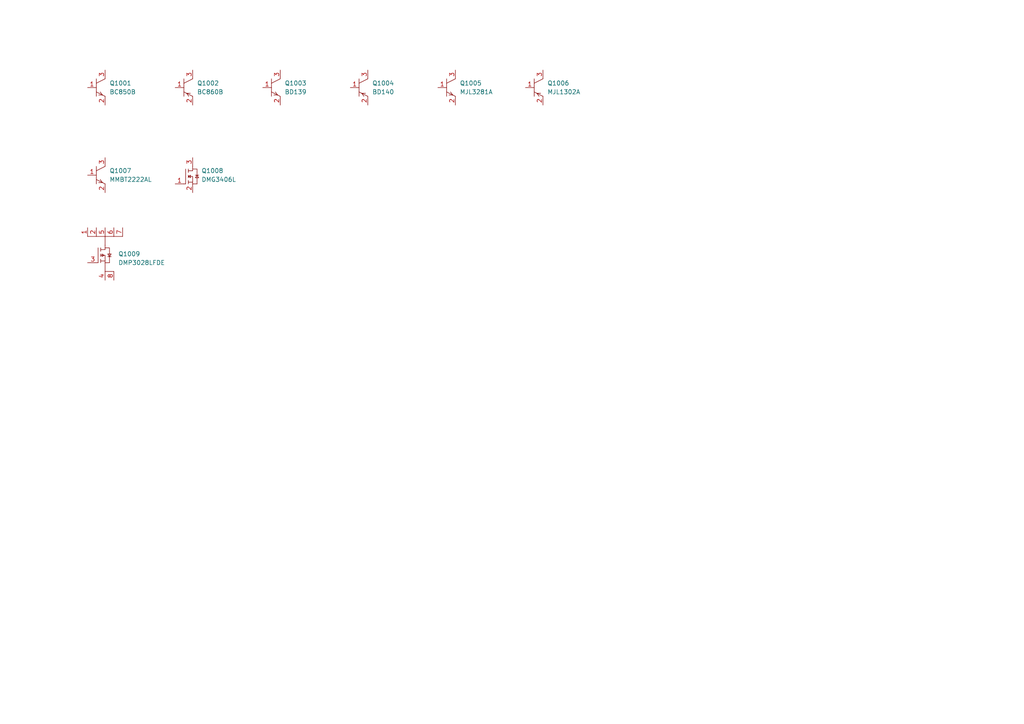
<source format=kicad_sch>
(kicad_sch
	(version 20250114)
	(generator "eeschema")
	(generator_version "9.0")
	(uuid "e63e39d7-6ac0-4ffd-8aa3-1841a4541b55")
	(paper "A4")
	(title_block
		(title "Transistors")
		(date "2026-01-10")
		(rev "1")
		(comment 1 "-")
		(comment 2 "-")
	)
	(lib_symbols
		(symbol "lily_symbols:bjt_npn_BC850B_sot23"
			(pin_names
				(hide yes)
			)
			(exclude_from_sim no)
			(in_bom yes)
			(on_board yes)
			(property "Reference" "Q"
				(at 6.35 1.27 0)
				(effects
					(font
						(size 1.27 1.27)
					)
					(justify left)
				)
			)
			(property "Value" "BC850B"
				(at 6.35 -1.27 0)
				(effects
					(font
						(size 1.27 1.27)
					)
					(justify left)
				)
			)
			(property "Footprint" "lily_footprints:sot23"
				(at 5.08 -17.78 0)
				(effects
					(font
						(size 1.27 1.27)
					)
					(hide yes)
				)
			)
			(property "Datasheet" "https://lilytronics.github.io/lily_kicad_lib/datasheets/nexperia/BC850B.pdf"
				(at 5.08 -30.48 0)
				(effects
					(font
						(size 1.27 1.27)
					)
					(hide yes)
				)
			)
			(property "Description" ""
				(at 0 0 0)
				(effects
					(font
						(size 1.27 1.27)
					)
					(hide yes)
				)
			)
			(property "Revision" "1"
				(at 5.08 -12.7 0)
				(effects
					(font
						(size 1.27 1.27)
					)
					(hide yes)
				)
			)
			(property "Status" "Active"
				(at 5.08 -15.24 0)
				(effects
					(font
						(size 1.27 1.27)
					)
					(hide yes)
				)
			)
			(property "Manufacturer" "Nexperia"
				(at 5.08 -20.32 0)
				(effects
					(font
						(size 1.27 1.27)
					)
					(hide yes)
				)
			)
			(property "Manufacturer_ID" "BC850B"
				(at 5.08 -22.86 0)
				(effects
					(font
						(size 1.27 1.27)
					)
					(hide yes)
				)
			)
			(property "Lily_ID" "NO_ID"
				(at 5.08 -25.4 0)
				(effects
					(font
						(size 1.27 1.27)
					)
					(hide yes)
				)
			)
			(property "JLCPCB_ID" "NO_ID"
				(at 5.08 -27.94 0)
				(effects
					(font
						(size 1.27 1.27)
					)
					(hide yes)
				)
			)
			(symbol "bjt_npn_BC850B_sot23_0_1"
				(polyline
					(pts
						(xy 2.54 2.54) (xy 2.54 -2.54)
					)
					(stroke
						(width 0)
						(type default)
					)
					(fill
						(type none)
					)
				)
				(polyline
					(pts
						(xy 4.318 -2.159) (xy 3.2004 -2.159)
					)
					(stroke
						(width 0)
						(type default)
					)
					(fill
						(type none)
					)
				)
				(polyline
					(pts
						(xy 4.318 -2.159) (xy 3.6576 -1.27)
					)
					(stroke
						(width 0)
						(type default)
					)
					(fill
						(type none)
					)
				)
				(polyline
					(pts
						(xy 5.08 2.54) (xy 2.54 1.27)
					)
					(stroke
						(width 0)
						(type default)
					)
					(fill
						(type none)
					)
				)
				(polyline
					(pts
						(xy 5.08 -2.54) (xy 2.54 -1.27)
					)
					(stroke
						(width 0)
						(type default)
					)
					(fill
						(type none)
					)
				)
			)
			(symbol "bjt_npn_BC850B_sot23_1_1"
				(pin passive line
					(at 0 0 0)
					(length 2.54)
					(name ""
						(effects
							(font
								(size 1.27 1.27)
							)
						)
					)
					(number "1"
						(effects
							(font
								(size 1.27 1.27)
							)
						)
					)
				)
				(pin passive line
					(at 5.08 5.08 270)
					(length 2.54)
					(name ""
						(effects
							(font
								(size 1.27 1.27)
							)
						)
					)
					(number "3"
						(effects
							(font
								(size 1.27 1.27)
							)
						)
					)
				)
				(pin passive line
					(at 5.08 -5.08 90)
					(length 2.54)
					(name ""
						(effects
							(font
								(size 1.27 1.27)
							)
						)
					)
					(number "2"
						(effects
							(font
								(size 1.27 1.27)
							)
						)
					)
				)
			)
			(embedded_fonts no)
		)
		(symbol "lily_symbols:bjt_npn_BD139_to126"
			(pin_names
				(hide yes)
			)
			(exclude_from_sim no)
			(in_bom yes)
			(on_board yes)
			(property "Reference" "Q"
				(at 6.35 1.27 0)
				(effects
					(font
						(size 1.27 1.27)
					)
					(justify left)
				)
			)
			(property "Value" "BD139"
				(at 6.35 -1.27 0)
				(effects
					(font
						(size 1.27 1.27)
					)
					(justify left)
				)
			)
			(property "Footprint" "lily_footprints:to126"
				(at 5.08 -17.78 0)
				(effects
					(font
						(size 1.27 1.27)
					)
					(hide yes)
				)
			)
			(property "Datasheet" "https://lilytronics.github.io/lily_kicad_lib/datasheets/stmicroelectronics/BD139_140.pdf"
				(at 5.08 -30.48 0)
				(effects
					(font
						(size 1.27 1.27)
					)
					(hide yes)
				)
			)
			(property "Description" ""
				(at 0 0 0)
				(effects
					(font
						(size 1.27 1.27)
					)
					(hide yes)
				)
			)
			(property "Revision" "1"
				(at 5.08 -12.7 0)
				(effects
					(font
						(size 1.27 1.27)
					)
					(hide yes)
				)
			)
			(property "Status" "Active"
				(at 5.08 -15.24 0)
				(effects
					(font
						(size 1.27 1.27)
					)
					(hide yes)
				)
			)
			(property "Manufacturer" "STMicroelectronics"
				(at 5.08 -20.32 0)
				(effects
					(font
						(size 1.27 1.27)
					)
					(hide yes)
				)
			)
			(property "Manufacturer_ID" "BD139"
				(at 5.08 -22.86 0)
				(effects
					(font
						(size 1.27 1.27)
					)
					(hide yes)
				)
			)
			(property "Lily_ID" "NO_ID"
				(at 5.08 -25.4 0)
				(effects
					(font
						(size 1.27 1.27)
					)
					(hide yes)
				)
			)
			(property "JLCPCB_ID" "NO_ID"
				(at 5.08 -27.94 0)
				(effects
					(font
						(size 1.27 1.27)
					)
					(hide yes)
				)
			)
			(symbol "bjt_npn_BD139_to126_0_1"
				(polyline
					(pts
						(xy 2.54 2.54) (xy 2.54 -2.54)
					)
					(stroke
						(width 0)
						(type default)
					)
					(fill
						(type none)
					)
				)
				(polyline
					(pts
						(xy 4.318 -2.159) (xy 3.2004 -2.159)
					)
					(stroke
						(width 0)
						(type default)
					)
					(fill
						(type none)
					)
				)
				(polyline
					(pts
						(xy 4.318 -2.159) (xy 3.6576 -1.27)
					)
					(stroke
						(width 0)
						(type default)
					)
					(fill
						(type none)
					)
				)
				(polyline
					(pts
						(xy 5.08 2.54) (xy 2.54 1.27)
					)
					(stroke
						(width 0)
						(type default)
					)
					(fill
						(type none)
					)
				)
				(polyline
					(pts
						(xy 5.08 -2.54) (xy 2.54 -1.27)
					)
					(stroke
						(width 0)
						(type default)
					)
					(fill
						(type none)
					)
				)
			)
			(symbol "bjt_npn_BD139_to126_1_1"
				(pin passive line
					(at 0 0 0)
					(length 2.54)
					(name ""
						(effects
							(font
								(size 1.27 1.27)
							)
						)
					)
					(number "1"
						(effects
							(font
								(size 1.27 1.27)
							)
						)
					)
				)
				(pin passive line
					(at 5.08 5.08 270)
					(length 2.54)
					(name ""
						(effects
							(font
								(size 1.27 1.27)
							)
						)
					)
					(number "3"
						(effects
							(font
								(size 1.27 1.27)
							)
						)
					)
				)
				(pin passive line
					(at 5.08 -5.08 90)
					(length 2.54)
					(name ""
						(effects
							(font
								(size 1.27 1.27)
							)
						)
					)
					(number "2"
						(effects
							(font
								(size 1.27 1.27)
							)
						)
					)
				)
			)
			(embedded_fonts no)
		)
		(symbol "lily_symbols:bjt_npn_MJL3281A_to264"
			(pin_names
				(hide yes)
			)
			(exclude_from_sim no)
			(in_bom yes)
			(on_board yes)
			(property "Reference" "Q"
				(at 6.35 1.27 0)
				(effects
					(font
						(size 1.27 1.27)
					)
					(justify left)
				)
			)
			(property "Value" "MJL3281A"
				(at 6.35 -1.27 0)
				(effects
					(font
						(size 1.27 1.27)
					)
					(justify left)
				)
			)
			(property "Footprint" "lily_footprints:to264"
				(at 5.08 -17.78 0)
				(effects
					(font
						(size 1.27 1.27)
					)
					(hide yes)
				)
			)
			(property "Datasheet" "https://lilytronics.github.io/lily_kicad_lib/datasheets/onsemi/MJL3281A_MJL1302A.pdf"
				(at 5.08 -30.48 0)
				(effects
					(font
						(size 1.27 1.27)
					)
					(hide yes)
				)
			)
			(property "Description" ""
				(at 0 0 0)
				(effects
					(font
						(size 1.27 1.27)
					)
					(hide yes)
				)
			)
			(property "Revision" "1"
				(at 5.08 -12.7 0)
				(effects
					(font
						(size 1.27 1.27)
					)
					(hide yes)
				)
			)
			(property "Status" "Active"
				(at 5.08 -15.24 0)
				(effects
					(font
						(size 1.27 1.27)
					)
					(hide yes)
				)
			)
			(property "Manufacturer" "Onsemi"
				(at 5.08 -20.32 0)
				(effects
					(font
						(size 1.27 1.27)
					)
					(hide yes)
				)
			)
			(property "Manufacturer_ID" "MJL3281A"
				(at 5.08 -22.86 0)
				(effects
					(font
						(size 1.27 1.27)
					)
					(hide yes)
				)
			)
			(property "Lily_ID" "NO_ID"
				(at 5.08 -25.4 0)
				(effects
					(font
						(size 1.27 1.27)
					)
					(hide yes)
				)
			)
			(property "JLCPCB_ID" "NO_ID"
				(at 5.08 -27.94 0)
				(effects
					(font
						(size 1.27 1.27)
					)
					(hide yes)
				)
			)
			(symbol "bjt_npn_MJL3281A_to264_0_1"
				(polyline
					(pts
						(xy 2.54 2.54) (xy 2.54 -2.54)
					)
					(stroke
						(width 0)
						(type default)
					)
					(fill
						(type none)
					)
				)
				(polyline
					(pts
						(xy 4.318 -2.159) (xy 3.2004 -2.159)
					)
					(stroke
						(width 0)
						(type default)
					)
					(fill
						(type none)
					)
				)
				(polyline
					(pts
						(xy 4.318 -2.159) (xy 3.6576 -1.27)
					)
					(stroke
						(width 0)
						(type default)
					)
					(fill
						(type none)
					)
				)
				(polyline
					(pts
						(xy 5.08 2.54) (xy 2.54 1.27)
					)
					(stroke
						(width 0)
						(type default)
					)
					(fill
						(type none)
					)
				)
				(polyline
					(pts
						(xy 5.08 -2.54) (xy 2.54 -1.27)
					)
					(stroke
						(width 0)
						(type default)
					)
					(fill
						(type none)
					)
				)
			)
			(symbol "bjt_npn_MJL3281A_to264_1_1"
				(pin passive line
					(at 0 0 0)
					(length 2.54)
					(name ""
						(effects
							(font
								(size 1.27 1.27)
							)
						)
					)
					(number "1"
						(effects
							(font
								(size 1.27 1.27)
							)
						)
					)
				)
				(pin passive line
					(at 5.08 5.08 270)
					(length 2.54)
					(name ""
						(effects
							(font
								(size 1.27 1.27)
							)
						)
					)
					(number "3"
						(effects
							(font
								(size 1.27 1.27)
							)
						)
					)
				)
				(pin passive line
					(at 5.08 -5.08 90)
					(length 2.54)
					(name ""
						(effects
							(font
								(size 1.27 1.27)
							)
						)
					)
					(number "2"
						(effects
							(font
								(size 1.27 1.27)
							)
						)
					)
				)
			)
			(embedded_fonts no)
		)
		(symbol "lily_symbols:bjt_npn_MMBT2222AL_sot23"
			(pin_names
				(hide yes)
			)
			(exclude_from_sim no)
			(in_bom yes)
			(on_board yes)
			(property "Reference" "Q"
				(at 6.35 1.27 0)
				(effects
					(font
						(size 1.27 1.27)
					)
					(justify left)
				)
			)
			(property "Value" "MMBT2222AL"
				(at 6.35 -1.27 0)
				(effects
					(font
						(size 1.27 1.27)
					)
					(justify left)
				)
			)
			(property "Footprint" "lily_footprints:sot23"
				(at 5.08 -17.78 0)
				(effects
					(font
						(size 1.27 1.27)
					)
					(hide yes)
				)
			)
			(property "Datasheet" "https://lilytronics.github.io/lily_kicad_lib/datasheets/onsemi/MMBT2222.pdf"
				(at 5.08 -30.48 0)
				(effects
					(font
						(size 1.27 1.27)
					)
					(hide yes)
				)
			)
			(property "Description" ""
				(at 0 0 0)
				(effects
					(font
						(size 1.27 1.27)
					)
					(hide yes)
				)
			)
			(property "Revision" "1"
				(at 5.08 -12.7 0)
				(effects
					(font
						(size 1.27 1.27)
					)
					(hide yes)
				)
			)
			(property "Status" "Active"
				(at 5.08 -15.24 0)
				(effects
					(font
						(size 1.27 1.27)
					)
					(hide yes)
				)
			)
			(property "Manufacturer" "onsemi"
				(at 5.08 -20.32 0)
				(effects
					(font
						(size 1.27 1.27)
					)
					(hide yes)
				)
			)
			(property "Manufacturer_ID" "MMBT2222ALT1G"
				(at 5.08 -22.86 0)
				(effects
					(font
						(size 1.27 1.27)
					)
					(hide yes)
				)
			)
			(property "Lily_ID" "NO_ID"
				(at 5.08 -25.4 0)
				(effects
					(font
						(size 1.27 1.27)
					)
					(hide yes)
				)
			)
			(property "JLCPCB_ID" "C82460"
				(at 5.08 -27.94 0)
				(effects
					(font
						(size 1.27 1.27)
					)
					(hide yes)
				)
			)
			(symbol "bjt_npn_MMBT2222AL_sot23_0_1"
				(polyline
					(pts
						(xy 2.54 2.54) (xy 2.54 -2.54)
					)
					(stroke
						(width 0)
						(type default)
					)
					(fill
						(type none)
					)
				)
				(polyline
					(pts
						(xy 4.318 -2.159) (xy 3.2004 -2.159)
					)
					(stroke
						(width 0)
						(type default)
					)
					(fill
						(type none)
					)
				)
				(polyline
					(pts
						(xy 4.318 -2.159) (xy 3.6576 -1.27)
					)
					(stroke
						(width 0)
						(type default)
					)
					(fill
						(type none)
					)
				)
				(polyline
					(pts
						(xy 5.08 2.54) (xy 2.54 1.27)
					)
					(stroke
						(width 0)
						(type default)
					)
					(fill
						(type none)
					)
				)
				(polyline
					(pts
						(xy 5.08 -2.54) (xy 2.54 -1.27)
					)
					(stroke
						(width 0)
						(type default)
					)
					(fill
						(type none)
					)
				)
			)
			(symbol "bjt_npn_MMBT2222AL_sot23_1_1"
				(pin passive line
					(at 0 0 0)
					(length 2.54)
					(name ""
						(effects
							(font
								(size 1.27 1.27)
							)
						)
					)
					(number "1"
						(effects
							(font
								(size 1.27 1.27)
							)
						)
					)
				)
				(pin passive line
					(at 5.08 5.08 270)
					(length 2.54)
					(name ""
						(effects
							(font
								(size 1.27 1.27)
							)
						)
					)
					(number "3"
						(effects
							(font
								(size 1.27 1.27)
							)
						)
					)
				)
				(pin passive line
					(at 5.08 -5.08 90)
					(length 2.54)
					(name ""
						(effects
							(font
								(size 1.27 1.27)
							)
						)
					)
					(number "2"
						(effects
							(font
								(size 1.27 1.27)
							)
						)
					)
				)
			)
			(embedded_fonts no)
		)
		(symbol "lily_symbols:bjt_pnp_BC860B_sot23"
			(pin_names
				(hide yes)
			)
			(exclude_from_sim no)
			(in_bom yes)
			(on_board yes)
			(property "Reference" "Q"
				(at 6.35 1.27 0)
				(effects
					(font
						(size 1.27 1.27)
					)
					(justify left)
				)
			)
			(property "Value" "BC860B"
				(at 6.35 -1.27 0)
				(effects
					(font
						(size 1.27 1.27)
					)
					(justify left)
				)
			)
			(property "Footprint" "lily_footprints:sot23"
				(at 5.08 -17.78 0)
				(effects
					(font
						(size 1.27 1.27)
					)
					(hide yes)
				)
			)
			(property "Datasheet" "https://lilytronics.github.io/lily_kicad_lib/datasheets/nexperia/BC860B.pdf"
				(at 5.08 -30.48 0)
				(effects
					(font
						(size 1.27 1.27)
					)
					(hide yes)
				)
			)
			(property "Description" ""
				(at 0 0 0)
				(effects
					(font
						(size 1.27 1.27)
					)
					(hide yes)
				)
			)
			(property "Revision" "1"
				(at 5.08 -12.7 0)
				(effects
					(font
						(size 1.27 1.27)
					)
					(hide yes)
				)
			)
			(property "Status" "Active"
				(at 5.08 -15.24 0)
				(effects
					(font
						(size 1.27 1.27)
					)
					(hide yes)
				)
			)
			(property "Manufacturer" "Nexperia"
				(at 5.08 -20.32 0)
				(effects
					(font
						(size 1.27 1.27)
					)
					(hide yes)
				)
			)
			(property "Manufacturer_ID" "BC860B"
				(at 5.08 -22.86 0)
				(effects
					(font
						(size 1.27 1.27)
					)
					(hide yes)
				)
			)
			(property "Lily_ID" "NO_ID"
				(at 5.08 -25.4 0)
				(effects
					(font
						(size 1.27 1.27)
					)
					(hide yes)
				)
			)
			(property "JLCPCB_ID" "NO_ID"
				(at 5.08 -27.94 0)
				(effects
					(font
						(size 1.27 1.27)
					)
					(hide yes)
				)
			)
			(symbol "bjt_pnp_BC860B_sot23_0_1"
				(polyline
					(pts
						(xy 2.54 2.54) (xy 2.54 -2.54)
					)
					(stroke
						(width 0)
						(type default)
					)
					(fill
						(type none)
					)
				)
				(polyline
					(pts
						(xy 2.54 -1.27) (xy 5.08 -2.54)
					)
					(stroke
						(width 0)
						(type default)
					)
					(fill
						(type none)
					)
				)
				(polyline
					(pts
						(xy 3.302 -1.651) (xy 3.9624 -2.54)
					)
					(stroke
						(width 0)
						(type default)
					)
					(fill
						(type none)
					)
				)
				(polyline
					(pts
						(xy 3.302 -1.651) (xy 4.4196 -1.651)
					)
					(stroke
						(width 0)
						(type default)
					)
					(fill
						(type none)
					)
				)
				(polyline
					(pts
						(xy 5.08 2.54) (xy 2.54 1.27)
					)
					(stroke
						(width 0)
						(type default)
					)
					(fill
						(type none)
					)
				)
			)
			(symbol "bjt_pnp_BC860B_sot23_1_1"
				(pin passive line
					(at 0 0 0)
					(length 2.54)
					(name ""
						(effects
							(font
								(size 1.27 1.27)
							)
						)
					)
					(number "1"
						(effects
							(font
								(size 1.27 1.27)
							)
						)
					)
				)
				(pin passive line
					(at 5.08 5.08 270)
					(length 2.54)
					(name ""
						(effects
							(font
								(size 1.27 1.27)
							)
						)
					)
					(number "3"
						(effects
							(font
								(size 1.27 1.27)
							)
						)
					)
				)
				(pin passive line
					(at 5.08 -5.08 90)
					(length 2.54)
					(name ""
						(effects
							(font
								(size 1.27 1.27)
							)
						)
					)
					(number "2"
						(effects
							(font
								(size 1.27 1.27)
							)
						)
					)
				)
			)
			(embedded_fonts no)
		)
		(symbol "lily_symbols:bjt_pnp_BD140_to126"
			(pin_names
				(hide yes)
			)
			(exclude_from_sim no)
			(in_bom yes)
			(on_board yes)
			(property "Reference" "Q"
				(at 6.35 1.27 0)
				(effects
					(font
						(size 1.27 1.27)
					)
					(justify left)
				)
			)
			(property "Value" "BD140"
				(at 6.35 -1.27 0)
				(effects
					(font
						(size 1.27 1.27)
					)
					(justify left)
				)
			)
			(property "Footprint" "lily_footprints:to126"
				(at 5.08 -17.78 0)
				(effects
					(font
						(size 1.27 1.27)
					)
					(hide yes)
				)
			)
			(property "Datasheet" "https://lilytronics.github.io/lily_kicad_lib/datasheets/stmicroelectronics/BD139_140.pdf"
				(at 5.08 -30.48 0)
				(effects
					(font
						(size 1.27 1.27)
					)
					(hide yes)
				)
			)
			(property "Description" ""
				(at 0 0 0)
				(effects
					(font
						(size 1.27 1.27)
					)
					(hide yes)
				)
			)
			(property "Revision" "1"
				(at 5.08 -12.7 0)
				(effects
					(font
						(size 1.27 1.27)
					)
					(hide yes)
				)
			)
			(property "Status" "Active"
				(at 5.08 -15.24 0)
				(effects
					(font
						(size 1.27 1.27)
					)
					(hide yes)
				)
			)
			(property "Manufacturer" "STMicroelectronics"
				(at 5.08 -20.32 0)
				(effects
					(font
						(size 1.27 1.27)
					)
					(hide yes)
				)
			)
			(property "Manufacturer_ID" "BD140"
				(at 5.08 -22.86 0)
				(effects
					(font
						(size 1.27 1.27)
					)
					(hide yes)
				)
			)
			(property "Lily_ID" "NO_ID"
				(at 5.08 -25.4 0)
				(effects
					(font
						(size 1.27 1.27)
					)
					(hide yes)
				)
			)
			(property "JLCPCB_ID" "NO_ID"
				(at 5.08 -27.94 0)
				(effects
					(font
						(size 1.27 1.27)
					)
					(hide yes)
				)
			)
			(symbol "bjt_pnp_BD140_to126_0_1"
				(polyline
					(pts
						(xy 2.54 2.54) (xy 2.54 -2.54)
					)
					(stroke
						(width 0)
						(type default)
					)
					(fill
						(type none)
					)
				)
				(polyline
					(pts
						(xy 2.54 -1.27) (xy 5.08 -2.54)
					)
					(stroke
						(width 0)
						(type default)
					)
					(fill
						(type none)
					)
				)
				(polyline
					(pts
						(xy 3.302 -1.651) (xy 3.9624 -2.54)
					)
					(stroke
						(width 0)
						(type default)
					)
					(fill
						(type none)
					)
				)
				(polyline
					(pts
						(xy 3.302 -1.651) (xy 4.4196 -1.651)
					)
					(stroke
						(width 0)
						(type default)
					)
					(fill
						(type none)
					)
				)
				(polyline
					(pts
						(xy 5.08 2.54) (xy 2.54 1.27)
					)
					(stroke
						(width 0)
						(type default)
					)
					(fill
						(type none)
					)
				)
			)
			(symbol "bjt_pnp_BD140_to126_1_1"
				(pin passive line
					(at 0 0 0)
					(length 2.54)
					(name ""
						(effects
							(font
								(size 1.27 1.27)
							)
						)
					)
					(number "1"
						(effects
							(font
								(size 1.27 1.27)
							)
						)
					)
				)
				(pin passive line
					(at 5.08 5.08 270)
					(length 2.54)
					(name ""
						(effects
							(font
								(size 1.27 1.27)
							)
						)
					)
					(number "3"
						(effects
							(font
								(size 1.27 1.27)
							)
						)
					)
				)
				(pin passive line
					(at 5.08 -5.08 90)
					(length 2.54)
					(name ""
						(effects
							(font
								(size 1.27 1.27)
							)
						)
					)
					(number "2"
						(effects
							(font
								(size 1.27 1.27)
							)
						)
					)
				)
			)
			(embedded_fonts no)
		)
		(symbol "lily_symbols:bjt_pnp_MJL1302A_to264"
			(pin_names
				(hide yes)
			)
			(exclude_from_sim no)
			(in_bom yes)
			(on_board yes)
			(property "Reference" "Q"
				(at 6.35 1.27 0)
				(effects
					(font
						(size 1.27 1.27)
					)
					(justify left)
				)
			)
			(property "Value" "MJL1302A"
				(at 6.35 -1.27 0)
				(effects
					(font
						(size 1.27 1.27)
					)
					(justify left)
				)
			)
			(property "Footprint" "lily_footprints:to264"
				(at 5.08 -17.78 0)
				(effects
					(font
						(size 1.27 1.27)
					)
					(hide yes)
				)
			)
			(property "Datasheet" "https://lilytronics.github.io/lily_kicad_lib/datasheets/onsemi/MJL3281A_MJL1302A.pdf"
				(at 5.08 -30.48 0)
				(effects
					(font
						(size 1.27 1.27)
					)
					(hide yes)
				)
			)
			(property "Description" ""
				(at 0 0 0)
				(effects
					(font
						(size 1.27 1.27)
					)
					(hide yes)
				)
			)
			(property "Revision" "1"
				(at 5.08 -12.7 0)
				(effects
					(font
						(size 1.27 1.27)
					)
					(hide yes)
				)
			)
			(property "Status" "Active"
				(at 5.08 -15.24 0)
				(effects
					(font
						(size 1.27 1.27)
					)
					(hide yes)
				)
			)
			(property "Manufacturer" "Onsemi"
				(at 5.08 -20.32 0)
				(effects
					(font
						(size 1.27 1.27)
					)
					(hide yes)
				)
			)
			(property "Manufacturer_ID" "MJL1302A"
				(at 5.08 -22.86 0)
				(effects
					(font
						(size 1.27 1.27)
					)
					(hide yes)
				)
			)
			(property "Lily_ID" "NO_ID"
				(at 5.08 -25.4 0)
				(effects
					(font
						(size 1.27 1.27)
					)
					(hide yes)
				)
			)
			(property "JLCPCB_ID" "NO_ID"
				(at 5.08 -27.94 0)
				(effects
					(font
						(size 1.27 1.27)
					)
					(hide yes)
				)
			)
			(symbol "bjt_pnp_MJL1302A_to264_0_1"
				(polyline
					(pts
						(xy 2.54 2.54) (xy 2.54 -2.54)
					)
					(stroke
						(width 0)
						(type default)
					)
					(fill
						(type none)
					)
				)
				(polyline
					(pts
						(xy 2.54 -1.27) (xy 5.08 -2.54)
					)
					(stroke
						(width 0)
						(type default)
					)
					(fill
						(type none)
					)
				)
				(polyline
					(pts
						(xy 3.302 -1.651) (xy 3.9624 -2.54)
					)
					(stroke
						(width 0)
						(type default)
					)
					(fill
						(type none)
					)
				)
				(polyline
					(pts
						(xy 3.302 -1.651) (xy 4.4196 -1.651)
					)
					(stroke
						(width 0)
						(type default)
					)
					(fill
						(type none)
					)
				)
				(polyline
					(pts
						(xy 5.08 2.54) (xy 2.54 1.27)
					)
					(stroke
						(width 0)
						(type default)
					)
					(fill
						(type none)
					)
				)
			)
			(symbol "bjt_pnp_MJL1302A_to264_1_1"
				(pin passive line
					(at 0 0 0)
					(length 2.54)
					(name ""
						(effects
							(font
								(size 1.27 1.27)
							)
						)
					)
					(number "1"
						(effects
							(font
								(size 1.27 1.27)
							)
						)
					)
				)
				(pin passive line
					(at 5.08 5.08 270)
					(length 2.54)
					(name ""
						(effects
							(font
								(size 1.27 1.27)
							)
						)
					)
					(number "3"
						(effects
							(font
								(size 1.27 1.27)
							)
						)
					)
				)
				(pin passive line
					(at 5.08 -5.08 90)
					(length 2.54)
					(name ""
						(effects
							(font
								(size 1.27 1.27)
							)
						)
					)
					(number "2"
						(effects
							(font
								(size 1.27 1.27)
							)
						)
					)
				)
			)
			(embedded_fonts no)
		)
		(symbol "lily_symbols:mosfet_n_DMG3406L_sot23"
			(pin_names
				(hide yes)
			)
			(exclude_from_sim no)
			(in_bom yes)
			(on_board yes)
			(property "Reference" "Q"
				(at 7.62 3.81 0)
				(effects
					(font
						(size 1.27 1.27)
					)
					(justify left)
				)
			)
			(property "Value" "DMG3406L"
				(at 7.62 1.27 0)
				(effects
					(font
						(size 1.27 1.27)
					)
					(justify left)
				)
			)
			(property "Footprint" "lily_footprints:sot23"
				(at 5.08 -15.24 0)
				(effects
					(font
						(size 1.27 1.27)
					)
					(hide yes)
				)
			)
			(property "Datasheet" "https://lilytronics.github.io/lily_kicad_lib/datasheets/diodes_incorporated/DMG3406L.pdf"
				(at -5.08 -2.54 0)
				(effects
					(font
						(size 1.27 1.27)
					)
					(hide yes)
				)
			)
			(property "Description" ""
				(at 0 0 0)
				(effects
					(font
						(size 1.27 1.27)
					)
					(hide yes)
				)
			)
			(property "Revision" "1"
				(at 5.08 -10.16 0)
				(effects
					(font
						(size 1.27 1.27)
					)
					(hide yes)
				)
			)
			(property "Status" "Active"
				(at 5.08 -12.7 0)
				(effects
					(font
						(size 1.27 1.27)
					)
					(hide yes)
				)
			)
			(property "Manufacturer" "Diodes Incorporated"
				(at 5.08 -17.78 0)
				(effects
					(font
						(size 1.27 1.27)
					)
					(hide yes)
				)
			)
			(property "Manufacturer_ID" "DMG3406L"
				(at 5.08 -20.32 0)
				(effects
					(font
						(size 1.27 1.27)
					)
					(hide yes)
				)
			)
			(property "Lily_ID" "NO_ID"
				(at 5.08 -22.86 0)
				(effects
					(font
						(size 1.27 1.27)
					)
					(hide yes)
				)
			)
			(property "JLCPCB_ID" "C481695"
				(at 5.08 -25.4 0)
				(effects
					(font
						(size 1.27 1.27)
					)
					(hide yes)
				)
			)
			(symbol "mosfet_n_DMG3406L_sot23_0_1"
				(polyline
					(pts
						(xy 3.048 4.318) (xy 3.048 0)
					)
					(stroke
						(width 0)
						(type default)
					)
					(fill
						(type none)
					)
				)
				(polyline
					(pts
						(xy 3.048 0) (xy 2.54 0)
					)
					(stroke
						(width 0)
						(type default)
					)
					(fill
						(type none)
					)
				)
				(polyline
					(pts
						(xy 3.81 4.318) (xy 3.81 3.302)
					)
					(stroke
						(width 0)
						(type default)
					)
					(fill
						(type none)
					)
				)
				(polyline
					(pts
						(xy 3.81 2.159) (xy 5.08 2.159) (xy 5.08 0)
					)
					(stroke
						(width 0)
						(type default)
					)
					(fill
						(type none)
					)
				)
				(polyline
					(pts
						(xy 3.81 2.159) (xy 4.445 2.54) (xy 4.445 1.778) (xy 3.81 2.159)
					)
					(stroke
						(width 0)
						(type default)
					)
					(fill
						(type none)
					)
				)
				(polyline
					(pts
						(xy 3.81 1.778) (xy 3.81 2.54)
					)
					(stroke
						(width 0)
						(type default)
					)
					(fill
						(type none)
					)
				)
				(polyline
					(pts
						(xy 3.81 0.508) (xy 5.08 0.508)
					)
					(stroke
						(width 0)
						(type default)
					)
					(fill
						(type none)
					)
				)
				(polyline
					(pts
						(xy 3.81 0) (xy 3.81 1.016)
					)
					(stroke
						(width 0)
						(type default)
					)
					(fill
						(type none)
					)
				)
				(polyline
					(pts
						(xy 5.08 5.08) (xy 5.08 3.81)
					)
					(stroke
						(width 0)
						(type default)
					)
					(fill
						(type none)
					)
				)
				(polyline
					(pts
						(xy 5.08 4.318) (xy 6.35 4.318) (xy 6.35 0)
					)
					(stroke
						(width 0)
						(type default)
					)
					(fill
						(type none)
					)
				)
				(polyline
					(pts
						(xy 5.08 3.81) (xy 3.81 3.81)
					)
					(stroke
						(width 0)
						(type default)
					)
					(fill
						(type none)
					)
				)
				(polyline
					(pts
						(xy 5.842 2.54) (xy 6.858 2.54)
					)
					(stroke
						(width 0)
						(type default)
					)
					(fill
						(type none)
					)
				)
				(polyline
					(pts
						(xy 6.35 2.54) (xy 5.842 1.778) (xy 6.858 1.778) (xy 6.35 2.54)
					)
					(stroke
						(width 0)
						(type default)
					)
					(fill
						(type none)
					)
				)
				(polyline
					(pts
						(xy 6.35 0) (xy 5.08 0)
					)
					(stroke
						(width 0)
						(type default)
					)
					(fill
						(type none)
					)
				)
			)
			(symbol "mosfet_n_DMG3406L_sot23_1_1"
				(pin passive line
					(at 0 0 0)
					(length 2.54)
					(name ""
						(effects
							(font
								(size 1.27 1.27)
							)
						)
					)
					(number "1"
						(effects
							(font
								(size 1.27 1.27)
							)
						)
					)
				)
				(pin passive line
					(at 5.08 7.62 270)
					(length 2.54)
					(name ""
						(effects
							(font
								(size 1.27 1.27)
							)
						)
					)
					(number "3"
						(effects
							(font
								(size 1.27 1.27)
							)
						)
					)
				)
				(pin passive line
					(at 5.08 -2.54 90)
					(length 2.54)
					(name ""
						(effects
							(font
								(size 1.27 1.27)
							)
						)
					)
					(number "2"
						(effects
							(font
								(size 1.27 1.27)
							)
						)
					)
				)
			)
			(embedded_fonts no)
		)
		(symbol "lily_symbols:mosfet_p_DMP3028LFDE_sot1220"
			(exclude_from_sim no)
			(in_bom yes)
			(on_board yes)
			(property "Reference" "Q"
				(at 8.89 2.54 0)
				(effects
					(font
						(size 1.27 1.27)
					)
					(justify left)
				)
			)
			(property "Value" "DMP3028LFDE"
				(at 8.89 0 0)
				(effects
					(font
						(size 1.27 1.27)
					)
					(justify left)
				)
			)
			(property "Footprint" "lily_footprints:sot1220_dnf2020md-6_type_e"
				(at 5.08 -17.78 0)
				(effects
					(font
						(size 1.27 1.27)
					)
					(hide yes)
				)
			)
			(property "Datasheet" "https://lilytronics.github.io/lily_kicad_lib/datasheets/diodes_incorporated/DMP3028LFDE.pdf"
				(at 5.08 -30.48 0)
				(effects
					(font
						(size 1.27 1.27)
					)
					(hide yes)
				)
			)
			(property "Description" ""
				(at -2.54 0 0)
				(effects
					(font
						(size 1.27 1.27)
					)
					(hide yes)
				)
			)
			(property "Revision" "1"
				(at 5.08 -12.7 0)
				(effects
					(font
						(size 1.27 1.27)
					)
					(hide yes)
				)
			)
			(property "Status" "Active"
				(at 5.08 -15.24 0)
				(effects
					(font
						(size 1.27 1.27)
					)
					(hide yes)
				)
			)
			(property "Manufacturer" "Diodes Incorporated"
				(at 5.08 -20.32 0)
				(effects
					(font
						(size 1.27 1.27)
					)
					(hide yes)
				)
			)
			(property "Manufacturer_ID" "DMP3028LFDE-13"
				(at 5.08 -22.86 0)
				(effects
					(font
						(size 1.27 1.27)
					)
					(hide yes)
				)
			)
			(property "Lily_ID" "NO_ID"
				(at 5.08 -25.4 0)
				(effects
					(font
						(size 1.27 1.27)
					)
					(hide yes)
				)
			)
			(property "JLCPCB_ID" "C150441"
				(at 5.08 -27.94 0)
				(effects
					(font
						(size 1.27 1.27)
					)
					(hide yes)
				)
			)
			(symbol "mosfet_p_DMP3028LFDE_sot1220_0_1"
				(polyline
					(pts
						(xy 3.048 4.318) (xy 3.048 0)
					)
					(stroke
						(width 0)
						(type default)
					)
					(fill
						(type none)
					)
				)
				(polyline
					(pts
						(xy 3.81 4.318) (xy 3.81 3.302)
					)
					(stroke
						(width 0)
						(type default)
					)
					(fill
						(type none)
					)
				)
				(polyline
					(pts
						(xy 3.81 2.159) (xy 5.08 2.159) (xy 5.08 0)
					)
					(stroke
						(width 0)
						(type default)
					)
					(fill
						(type none)
					)
				)
				(polyline
					(pts
						(xy 3.81 1.778) (xy 3.81 2.54)
					)
					(stroke
						(width 0)
						(type default)
					)
					(fill
						(type none)
					)
				)
				(polyline
					(pts
						(xy 3.81 0.508) (xy 5.08 0.508)
					)
					(stroke
						(width 0)
						(type default)
					)
					(fill
						(type none)
					)
				)
				(polyline
					(pts
						(xy 3.81 0) (xy 3.81 1.016)
					)
					(stroke
						(width 0)
						(type default)
					)
					(fill
						(type none)
					)
				)
				(polyline
					(pts
						(xy 4.826 2.159) (xy 4.191 1.778) (xy 4.191 2.54) (xy 4.826 2.159)
					)
					(stroke
						(width 0)
						(type default)
					)
					(fill
						(type none)
					)
				)
				(polyline
					(pts
						(xy 5.08 5.08) (xy 5.08 7.62)
					)
					(stroke
						(width 0)
						(type default)
					)
					(fill
						(type none)
					)
				)
				(polyline
					(pts
						(xy 5.08 5.08) (xy 5.08 3.81)
					)
					(stroke
						(width 0)
						(type default)
					)
					(fill
						(type none)
					)
				)
				(polyline
					(pts
						(xy 5.08 4.318) (xy 6.35 4.318) (xy 6.35 0)
					)
					(stroke
						(width 0)
						(type default)
					)
					(fill
						(type none)
					)
				)
				(polyline
					(pts
						(xy 5.08 3.81) (xy 3.81 3.81)
					)
					(stroke
						(width 0)
						(type default)
					)
					(fill
						(type none)
					)
				)
				(polyline
					(pts
						(xy 5.08 0) (xy 5.08 -2.54)
					)
					(stroke
						(width 0)
						(type default)
					)
					(fill
						(type none)
					)
				)
				(polyline
					(pts
						(xy 5.842 1.778) (xy 6.858 1.778)
					)
					(stroke
						(width 0)
						(type default)
					)
					(fill
						(type none)
					)
				)
				(polyline
					(pts
						(xy 6.35 1.778) (xy 6.858 2.54) (xy 5.842 2.54) (xy 6.35 1.778)
					)
					(stroke
						(width 0)
						(type default)
					)
					(fill
						(type none)
					)
				)
				(polyline
					(pts
						(xy 6.35 0) (xy 5.08 0)
					)
					(stroke
						(width 0)
						(type default)
					)
					(fill
						(type none)
					)
				)
				(polyline
					(pts
						(xy 7.62 7.62) (xy 0 7.62)
					)
					(stroke
						(width 0)
						(type default)
					)
					(fill
						(type none)
					)
				)
				(polyline
					(pts
						(xy 7.62 7.62) (xy 10.16 7.62)
					)
					(stroke
						(width 0)
						(type default)
					)
					(fill
						(type none)
					)
				)
				(polyline
					(pts
						(xy 7.62 -2.54) (xy 5.08 -2.54)
					)
					(stroke
						(width 0)
						(type default)
					)
					(fill
						(type none)
					)
				)
			)
			(symbol "mosfet_p_DMP3028LFDE_sot1220_1_1"
				(pin passive line
					(at 0 10.16 270)
					(length 2.54)
					(name ""
						(effects
							(font
								(size 1.27 1.27)
							)
						)
					)
					(number "1"
						(effects
							(font
								(size 1.27 1.27)
							)
						)
					)
				)
				(pin passive line
					(at 0 0 0)
					(length 3.048)
					(name ""
						(effects
							(font
								(size 1.27 1.27)
							)
						)
					)
					(number "3"
						(effects
							(font
								(size 1.27 1.27)
							)
						)
					)
				)
				(pin passive line
					(at 2.54 10.16 270)
					(length 2.54)
					(name ""
						(effects
							(font
								(size 1.27 1.27)
							)
						)
					)
					(number "2"
						(effects
							(font
								(size 1.27 1.27)
							)
						)
					)
				)
				(pin passive line
					(at 5.08 10.16 270)
					(length 2.54)
					(name ""
						(effects
							(font
								(size 1.27 1.27)
							)
						)
					)
					(number "5"
						(effects
							(font
								(size 1.27 1.27)
							)
						)
					)
				)
				(pin passive line
					(at 5.08 -5.08 90)
					(length 2.54)
					(name ""
						(effects
							(font
								(size 1.27 1.27)
							)
						)
					)
					(number "4"
						(effects
							(font
								(size 1.27 1.27)
							)
						)
					)
				)
				(pin passive line
					(at 7.62 10.16 270)
					(length 2.54)
					(name ""
						(effects
							(font
								(size 1.27 1.27)
							)
						)
					)
					(number "6"
						(effects
							(font
								(size 1.27 1.27)
							)
						)
					)
				)
				(pin passive line
					(at 7.62 -5.08 90)
					(length 2.54)
					(name ""
						(effects
							(font
								(size 1.27 1.27)
							)
						)
					)
					(number "8"
						(effects
							(font
								(size 1.27 1.27)
							)
						)
					)
				)
				(pin passive line
					(at 10.16 10.16 270)
					(length 2.54)
					(name ""
						(effects
							(font
								(size 1.27 1.27)
							)
						)
					)
					(number "7"
						(effects
							(font
								(size 1.27 1.27)
							)
						)
					)
				)
			)
			(embedded_fonts no)
		)
	)
	(symbol
		(lib_id "lily_symbols:bjt_npn_BD139_to126")
		(at 76.2 25.4 0)
		(unit 1)
		(exclude_from_sim no)
		(in_bom yes)
		(on_board yes)
		(dnp no)
		(uuid "3e4e229c-478b-41e0-8325-2d6d61012f7c")
		(property "Reference" "Q1003"
			(at 82.55 24.13 0)
			(effects
				(font
					(size 1.27 1.27)
				)
				(justify left)
			)
		)
		(property "Value" "BD139"
			(at 82.55 26.67 0)
			(effects
				(font
					(size 1.27 1.27)
				)
				(justify left)
			)
		)
		(property "Footprint" "lily_footprints:to126"
			(at 81.28 43.18 0)
			(effects
				(font
					(size 1.27 1.27)
				)
				(hide yes)
			)
		)
		(property "Datasheet" "https://lilytronics.github.io/lily_kicad_lib/datasheets/stmicroelectronics/BD139_140.pdf"
			(at 81.28 55.88 0)
			(effects
				(font
					(size 1.27 1.27)
				)
				(hide yes)
			)
		)
		(property "Description" ""
			(at 76.2 25.4 0)
			(effects
				(font
					(size 1.27 1.27)
				)
				(hide yes)
			)
		)
		(property "Revision" "1"
			(at 81.28 38.1 0)
			(effects
				(font
					(size 1.27 1.27)
				)
				(hide yes)
			)
		)
		(property "Status" "Active"
			(at 81.28 40.64 0)
			(effects
				(font
					(size 1.27 1.27)
				)
				(hide yes)
			)
		)
		(property "Manufacturer" "STMicroelectronics"
			(at 81.28 45.72 0)
			(effects
				(font
					(size 1.27 1.27)
				)
				(hide yes)
			)
		)
		(property "Manufacturer_ID" "BD139"
			(at 81.28 48.26 0)
			(effects
				(font
					(size 1.27 1.27)
				)
				(hide yes)
			)
		)
		(property "Lily_ID" "NO_ID"
			(at 81.28 50.8 0)
			(effects
				(font
					(size 1.27 1.27)
				)
				(hide yes)
			)
		)
		(property "JLCPCB_ID" "NO_ID"
			(at 81.28 53.34 0)
			(effects
				(font
					(size 1.27 1.27)
				)
				(hide yes)
			)
		)
		(pin "1"
			(uuid "76e561d2-58af-4937-8863-01e88024bcde")
		)
		(pin "3"
			(uuid "a1159acc-a525-4df9-abcf-be9cddebe73f")
		)
		(pin "2"
			(uuid "c34e601e-044d-431d-bbe7-40ea3a43a555")
		)
		(instances
			(project ""
				(path "/e63e39d7-6ac0-4ffd-8aa3-1841a4541b55"
					(reference "Q1003")
					(unit 1)
				)
			)
		)
	)
	(symbol
		(lib_id "lily_symbols:mosfet_n_DMG3406L_sot23")
		(at 50.8 53.34 0)
		(unit 1)
		(exclude_from_sim no)
		(in_bom yes)
		(on_board yes)
		(dnp no)
		(uuid "41329bdc-2b7d-428f-a5d6-76cd7f0ba643")
		(property "Reference" "Q1008"
			(at 58.42 49.53 0)
			(effects
				(font
					(size 1.27 1.27)
				)
				(justify left)
			)
		)
		(property "Value" "DMG3406L"
			(at 58.42 52.07 0)
			(effects
				(font
					(size 1.27 1.27)
				)
				(justify left)
			)
		)
		(property "Footprint" "lily_footprints:sot23"
			(at 55.88 68.58 0)
			(effects
				(font
					(size 1.27 1.27)
				)
				(hide yes)
			)
		)
		(property "Datasheet" "https://lilytronics.github.io/lily_kicad_lib/datasheets/diodes_incorporated/DMG3406L.pdf"
			(at 45.72 55.88 0)
			(effects
				(font
					(size 1.27 1.27)
				)
				(hide yes)
			)
		)
		(property "Description" ""
			(at 50.8 53.34 0)
			(effects
				(font
					(size 1.27 1.27)
				)
				(hide yes)
			)
		)
		(property "Revision" "1"
			(at 55.88 63.5 0)
			(effects
				(font
					(size 1.27 1.27)
				)
				(hide yes)
			)
		)
		(property "Status" "Active"
			(at 55.88 66.04 0)
			(effects
				(font
					(size 1.27 1.27)
				)
				(hide yes)
			)
		)
		(property "Manufacturer" "Diodes Incorporated"
			(at 55.88 71.12 0)
			(effects
				(font
					(size 1.27 1.27)
				)
				(hide yes)
			)
		)
		(property "Manufacturer_ID" "DMG3406L"
			(at 55.88 73.66 0)
			(effects
				(font
					(size 1.27 1.27)
				)
				(hide yes)
			)
		)
		(property "Lily_ID" "NO_ID"
			(at 55.88 76.2 0)
			(effects
				(font
					(size 1.27 1.27)
				)
				(hide yes)
			)
		)
		(property "JLCPCB_ID" "C481695"
			(at 55.88 78.74 0)
			(effects
				(font
					(size 1.27 1.27)
				)
				(hide yes)
			)
		)
		(pin "2"
			(uuid "7d433ccb-eb1b-41ce-ba8f-07d034d10e63")
		)
		(pin "1"
			(uuid "e403a260-c1f4-4d70-8701-60026e503a8c")
		)
		(pin "3"
			(uuid "544c5615-9ccb-445f-836c-2eb82c703aa2")
		)
		(instances
			(project ""
				(path "/e63e39d7-6ac0-4ffd-8aa3-1841a4541b55"
					(reference "Q1008")
					(unit 1)
				)
			)
		)
	)
	(symbol
		(lib_id "lily_symbols:bjt_npn_MJL3281A_to264")
		(at 127 25.4 0)
		(unit 1)
		(exclude_from_sim no)
		(in_bom yes)
		(on_board yes)
		(dnp no)
		(uuid "540efb7c-5737-421e-8fd8-8b216f5dd995")
		(property "Reference" "Q1005"
			(at 133.35 24.13 0)
			(effects
				(font
					(size 1.27 1.27)
				)
				(justify left)
			)
		)
		(property "Value" "MJL3281A"
			(at 133.35 26.67 0)
			(effects
				(font
					(size 1.27 1.27)
				)
				(justify left)
			)
		)
		(property "Footprint" "lily_footprints:to264"
			(at 132.08 43.18 0)
			(effects
				(font
					(size 1.27 1.27)
				)
				(hide yes)
			)
		)
		(property "Datasheet" "https://lilytronics.github.io/lily_kicad_lib/datasheets/onsemi/MJL3281A_MJL1302A.pdf"
			(at 132.08 55.88 0)
			(effects
				(font
					(size 1.27 1.27)
				)
				(hide yes)
			)
		)
		(property "Description" ""
			(at 127 25.4 0)
			(effects
				(font
					(size 1.27 1.27)
				)
				(hide yes)
			)
		)
		(property "Revision" "1"
			(at 132.08 38.1 0)
			(effects
				(font
					(size 1.27 1.27)
				)
				(hide yes)
			)
		)
		(property "Status" "Active"
			(at 132.08 40.64 0)
			(effects
				(font
					(size 1.27 1.27)
				)
				(hide yes)
			)
		)
		(property "Manufacturer" "Onsemi"
			(at 132.08 45.72 0)
			(effects
				(font
					(size 1.27 1.27)
				)
				(hide yes)
			)
		)
		(property "Manufacturer_ID" "MJL3281A"
			(at 132.08 48.26 0)
			(effects
				(font
					(size 1.27 1.27)
				)
				(hide yes)
			)
		)
		(property "Lily_ID" "NO_ID"
			(at 132.08 50.8 0)
			(effects
				(font
					(size 1.27 1.27)
				)
				(hide yes)
			)
		)
		(property "JLCPCB_ID" "NO_ID"
			(at 132.08 53.34 0)
			(effects
				(font
					(size 1.27 1.27)
				)
				(hide yes)
			)
		)
		(pin "1"
			(uuid "59747405-bfec-497e-903d-12750e8964f2")
		)
		(pin "3"
			(uuid "2fe54831-03f5-46c8-9bda-ff887c426e32")
		)
		(pin "2"
			(uuid "258aa343-b566-46dc-8de8-a4eef5603917")
		)
		(instances
			(project ""
				(path "/e63e39d7-6ac0-4ffd-8aa3-1841a4541b55"
					(reference "Q1005")
					(unit 1)
				)
			)
		)
	)
	(symbol
		(lib_id "lily_symbols:bjt_npn_MMBT2222AL_sot23")
		(at 25.4 50.8 0)
		(unit 1)
		(exclude_from_sim no)
		(in_bom yes)
		(on_board yes)
		(dnp no)
		(uuid "6c10473e-8a4f-457d-b195-dc8c795b49d9")
		(property "Reference" "Q1007"
			(at 31.75 49.53 0)
			(effects
				(font
					(size 1.27 1.27)
				)
				(justify left)
			)
		)
		(property "Value" "MMBT2222AL"
			(at 31.75 52.07 0)
			(effects
				(font
					(size 1.27 1.27)
				)
				(justify left)
			)
		)
		(property "Footprint" "lily_footprints:sot23"
			(at 30.48 68.58 0)
			(effects
				(font
					(size 1.27 1.27)
				)
				(hide yes)
			)
		)
		(property "Datasheet" "https://lilytronics.github.io/lily_kicad_lib/datasheets/onsemi/MMBT2222.pdf"
			(at 30.48 81.28 0)
			(effects
				(font
					(size 1.27 1.27)
				)
				(hide yes)
			)
		)
		(property "Description" ""
			(at 25.4 50.8 0)
			(effects
				(font
					(size 1.27 1.27)
				)
				(hide yes)
			)
		)
		(property "Revision" "1"
			(at 30.48 63.5 0)
			(effects
				(font
					(size 1.27 1.27)
				)
				(hide yes)
			)
		)
		(property "Status" "Active"
			(at 30.48 66.04 0)
			(effects
				(font
					(size 1.27 1.27)
				)
				(hide yes)
			)
		)
		(property "Manufacturer" "onsemi"
			(at 30.48 71.12 0)
			(effects
				(font
					(size 1.27 1.27)
				)
				(hide yes)
			)
		)
		(property "Manufacturer_ID" "MMBT2222ALT1G"
			(at 30.48 73.66 0)
			(effects
				(font
					(size 1.27 1.27)
				)
				(hide yes)
			)
		)
		(property "Lily_ID" "NO_ID"
			(at 30.48 76.2 0)
			(effects
				(font
					(size 1.27 1.27)
				)
				(hide yes)
			)
		)
		(property "JLCPCB_ID" "C82460"
			(at 30.48 78.74 0)
			(effects
				(font
					(size 1.27 1.27)
				)
				(hide yes)
			)
		)
		(pin "1"
			(uuid "744a2838-342a-45c2-b511-e23316bf5e33")
		)
		(pin "2"
			(uuid "79d610e9-3058-49c5-9b64-792d6045bae6")
		)
		(pin "3"
			(uuid "843ce8a0-fe44-4a72-b7a3-1a87abf74c68")
		)
		(instances
			(project ""
				(path "/e63e39d7-6ac0-4ffd-8aa3-1841a4541b55"
					(reference "Q1007")
					(unit 1)
				)
			)
		)
	)
	(symbol
		(lib_id "lily_symbols:bjt_npn_BC850B_sot23")
		(at 25.4 25.4 0)
		(unit 1)
		(exclude_from_sim no)
		(in_bom yes)
		(on_board yes)
		(dnp no)
		(uuid "76a11b9b-8fec-4362-8d9e-443a4f9dedc1")
		(property "Reference" "Q1001"
			(at 31.75 24.13 0)
			(effects
				(font
					(size 1.27 1.27)
				)
				(justify left)
			)
		)
		(property "Value" "BC850B"
			(at 31.75 26.67 0)
			(effects
				(font
					(size 1.27 1.27)
				)
				(justify left)
			)
		)
		(property "Footprint" "lily_footprints:sot23"
			(at 30.48 43.18 0)
			(effects
				(font
					(size 1.27 1.27)
				)
				(hide yes)
			)
		)
		(property "Datasheet" "https://lilytronics.github.io/lily_kicad_lib/datasheets/nexperia/BC850B.pdf"
			(at 30.48 55.88 0)
			(effects
				(font
					(size 1.27 1.27)
				)
				(hide yes)
			)
		)
		(property "Description" ""
			(at 25.4 25.4 0)
			(effects
				(font
					(size 1.27 1.27)
				)
				(hide yes)
			)
		)
		(property "Revision" "1"
			(at 30.48 38.1 0)
			(effects
				(font
					(size 1.27 1.27)
				)
				(hide yes)
			)
		)
		(property "Status" "Active"
			(at 30.48 40.64 0)
			(effects
				(font
					(size 1.27 1.27)
				)
				(hide yes)
			)
		)
		(property "Manufacturer" "Nexperia"
			(at 30.48 45.72 0)
			(effects
				(font
					(size 1.27 1.27)
				)
				(hide yes)
			)
		)
		(property "Manufacturer_ID" "BC850B"
			(at 30.48 48.26 0)
			(effects
				(font
					(size 1.27 1.27)
				)
				(hide yes)
			)
		)
		(property "Lily_ID" "NO_ID"
			(at 30.48 50.8 0)
			(effects
				(font
					(size 1.27 1.27)
				)
				(hide yes)
			)
		)
		(property "JLCPCB_ID" "NO_ID"
			(at 30.48 53.34 0)
			(effects
				(font
					(size 1.27 1.27)
				)
				(hide yes)
			)
		)
		(pin "1"
			(uuid "bec2be1b-831d-43bf-9f25-6724c0c32041")
		)
		(pin "2"
			(uuid "a8247082-c6f9-4c08-bb64-9ef62c320bf2")
		)
		(pin "3"
			(uuid "780a9fa2-4be2-43fa-9f01-6892b09a8704")
		)
		(instances
			(project ""
				(path "/e63e39d7-6ac0-4ffd-8aa3-1841a4541b55"
					(reference "Q1001")
					(unit 1)
				)
			)
		)
	)
	(symbol
		(lib_id "lily_symbols:bjt_pnp_MJL1302A_to264")
		(at 152.4 25.4 0)
		(unit 1)
		(exclude_from_sim no)
		(in_bom yes)
		(on_board yes)
		(dnp no)
		(uuid "b04e93bd-57d1-4736-8b45-f67206a18a2b")
		(property "Reference" "Q1006"
			(at 158.75 24.13 0)
			(effects
				(font
					(size 1.27 1.27)
				)
				(justify left)
			)
		)
		(property "Value" "MJL1302A"
			(at 158.75 26.67 0)
			(effects
				(font
					(size 1.27 1.27)
				)
				(justify left)
			)
		)
		(property "Footprint" "lily_footprints:to264"
			(at 157.48 43.18 0)
			(effects
				(font
					(size 1.27 1.27)
				)
				(hide yes)
			)
		)
		(property "Datasheet" "https://lilytronics.github.io/lily_kicad_lib/datasheets/onsemi/MJL3281A_MJL1302A.pdf"
			(at 157.48 55.88 0)
			(effects
				(font
					(size 1.27 1.27)
				)
				(hide yes)
			)
		)
		(property "Description" ""
			(at 152.4 25.4 0)
			(effects
				(font
					(size 1.27 1.27)
				)
				(hide yes)
			)
		)
		(property "Revision" "1"
			(at 157.48 38.1 0)
			(effects
				(font
					(size 1.27 1.27)
				)
				(hide yes)
			)
		)
		(property "Status" "Active"
			(at 157.48 40.64 0)
			(effects
				(font
					(size 1.27 1.27)
				)
				(hide yes)
			)
		)
		(property "Manufacturer" "Onsemi"
			(at 157.48 45.72 0)
			(effects
				(font
					(size 1.27 1.27)
				)
				(hide yes)
			)
		)
		(property "Manufacturer_ID" "MJL1302A"
			(at 157.48 48.26 0)
			(effects
				(font
					(size 1.27 1.27)
				)
				(hide yes)
			)
		)
		(property "Lily_ID" "NO_ID"
			(at 157.48 50.8 0)
			(effects
				(font
					(size 1.27 1.27)
				)
				(hide yes)
			)
		)
		(property "JLCPCB_ID" "NO_ID"
			(at 157.48 53.34 0)
			(effects
				(font
					(size 1.27 1.27)
				)
				(hide yes)
			)
		)
		(pin "2"
			(uuid "3bd307fe-12a4-4894-88eb-5821443730c8")
		)
		(pin "3"
			(uuid "65749228-e7ff-4346-8adc-e344baf22934")
		)
		(pin "1"
			(uuid "03984e5c-0cd6-43ec-9f23-3540cb297fc7")
		)
		(instances
			(project ""
				(path "/e63e39d7-6ac0-4ffd-8aa3-1841a4541b55"
					(reference "Q1006")
					(unit 1)
				)
			)
		)
	)
	(symbol
		(lib_id "lily_symbols:mosfet_p_DMP3028LFDE_sot1220")
		(at 25.4 76.2 0)
		(unit 1)
		(exclude_from_sim no)
		(in_bom yes)
		(on_board yes)
		(dnp no)
		(uuid "bdd57d28-bc1e-4ab8-b8c3-383d5782f1d7")
		(property "Reference" "Q1009"
			(at 34.29 73.66 0)
			(effects
				(font
					(size 1.27 1.27)
				)
				(justify left)
			)
		)
		(property "Value" "DMP3028LFDE"
			(at 34.29 76.2 0)
			(effects
				(font
					(size 1.27 1.27)
				)
				(justify left)
			)
		)
		(property "Footprint" "lily_footprints:sot1220_dnf2020md-6_type_e"
			(at 30.48 93.98 0)
			(effects
				(font
					(size 1.27 1.27)
				)
				(hide yes)
			)
		)
		(property "Datasheet" "https://lilytronics.github.io/lily_kicad_lib/datasheets/diodes_incorporated/DMP3028LFDE.pdf"
			(at 30.48 106.68 0)
			(effects
				(font
					(size 1.27 1.27)
				)
				(hide yes)
			)
		)
		(property "Description" ""
			(at 22.86 76.2 0)
			(effects
				(font
					(size 1.27 1.27)
				)
				(hide yes)
			)
		)
		(property "Revision" "1"
			(at 30.48 88.9 0)
			(effects
				(font
					(size 1.27 1.27)
				)
				(hide yes)
			)
		)
		(property "Status" "Active"
			(at 30.48 91.44 0)
			(effects
				(font
					(size 1.27 1.27)
				)
				(hide yes)
			)
		)
		(property "Manufacturer" "Diodes Incorporated"
			(at 30.48 96.52 0)
			(effects
				(font
					(size 1.27 1.27)
				)
				(hide yes)
			)
		)
		(property "Manufacturer_ID" "DMP3028LFDE-13"
			(at 30.48 99.06 0)
			(effects
				(font
					(size 1.27 1.27)
				)
				(hide yes)
			)
		)
		(property "Lily_ID" "NO_ID"
			(at 30.48 101.6 0)
			(effects
				(font
					(size 1.27 1.27)
				)
				(hide yes)
			)
		)
		(property "JLCPCB_ID" "C150441"
			(at 30.48 104.14 0)
			(effects
				(font
					(size 1.27 1.27)
				)
				(hide yes)
			)
		)
		(pin "1"
			(uuid "6c32b49a-aed9-4318-bc52-1b376a1b4bbb")
		)
		(pin "3"
			(uuid "8b8a32f9-72a6-48eb-988b-68a6bb702cce")
		)
		(pin "2"
			(uuid "4582d5e1-7de7-4279-872d-9b6f352b0b0d")
		)
		(pin "8"
			(uuid "c635b2cd-42e5-45f3-970c-d90c06f9383c")
		)
		(pin "6"
			(uuid "4451697d-aec1-487c-9d06-2ed3c5084f0e")
		)
		(pin "7"
			(uuid "b40bf4da-dfde-42c4-8a97-f434b0cdd435")
		)
		(pin "4"
			(uuid "3cfd06d4-0707-40cd-b2cc-fb96b976aac0")
		)
		(pin "5"
			(uuid "cc22c21c-9e7c-4952-853f-3e8e588764f1")
		)
		(instances
			(project ""
				(path "/e63e39d7-6ac0-4ffd-8aa3-1841a4541b55"
					(reference "Q1009")
					(unit 1)
				)
			)
		)
	)
	(symbol
		(lib_id "lily_symbols:bjt_pnp_BC860B_sot23")
		(at 50.8 25.4 0)
		(unit 1)
		(exclude_from_sim no)
		(in_bom yes)
		(on_board yes)
		(dnp no)
		(uuid "c923eee9-fa4c-4221-876c-e689af10b950")
		(property "Reference" "Q1002"
			(at 57.15 24.13 0)
			(effects
				(font
					(size 1.27 1.27)
				)
				(justify left)
			)
		)
		(property "Value" "BC860B"
			(at 57.15 26.67 0)
			(effects
				(font
					(size 1.27 1.27)
				)
				(justify left)
			)
		)
		(property "Footprint" "lily_footprints:sot23"
			(at 55.88 43.18 0)
			(effects
				(font
					(size 1.27 1.27)
				)
				(hide yes)
			)
		)
		(property "Datasheet" "https://lilytronics.github.io/lily_kicad_lib/datasheets/nexperia/BC860B.pdf"
			(at 55.88 55.88 0)
			(effects
				(font
					(size 1.27 1.27)
				)
				(hide yes)
			)
		)
		(property "Description" ""
			(at 50.8 25.4 0)
			(effects
				(font
					(size 1.27 1.27)
				)
				(hide yes)
			)
		)
		(property "Revision" "1"
			(at 55.88 38.1 0)
			(effects
				(font
					(size 1.27 1.27)
				)
				(hide yes)
			)
		)
		(property "Status" "Active"
			(at 55.88 40.64 0)
			(effects
				(font
					(size 1.27 1.27)
				)
				(hide yes)
			)
		)
		(property "Manufacturer" "Nexperia"
			(at 55.88 45.72 0)
			(effects
				(font
					(size 1.27 1.27)
				)
				(hide yes)
			)
		)
		(property "Manufacturer_ID" "BC860B"
			(at 55.88 48.26 0)
			(effects
				(font
					(size 1.27 1.27)
				)
				(hide yes)
			)
		)
		(property "Lily_ID" "NO_ID"
			(at 55.88 50.8 0)
			(effects
				(font
					(size 1.27 1.27)
				)
				(hide yes)
			)
		)
		(property "JLCPCB_ID" "NO_ID"
			(at 55.88 53.34 0)
			(effects
				(font
					(size 1.27 1.27)
				)
				(hide yes)
			)
		)
		(pin "3"
			(uuid "26e4a860-11de-466f-ac1d-3080be1eeae2")
		)
		(pin "1"
			(uuid "30c95486-8cdd-45b3-88e7-d48e3fad19fd")
		)
		(pin "2"
			(uuid "5c1d4ff2-7803-41b6-99e4-7a253edbeaa6")
		)
		(instances
			(project ""
				(path "/e63e39d7-6ac0-4ffd-8aa3-1841a4541b55"
					(reference "Q1002")
					(unit 1)
				)
			)
		)
	)
	(symbol
		(lib_id "lily_symbols:bjt_pnp_BD140_to126")
		(at 101.6 25.4 0)
		(unit 1)
		(exclude_from_sim no)
		(in_bom yes)
		(on_board yes)
		(dnp no)
		(uuid "e37ab667-3c61-47f7-b581-e10d796c3981")
		(property "Reference" "Q1004"
			(at 107.95 24.13 0)
			(effects
				(font
					(size 1.27 1.27)
				)
				(justify left)
			)
		)
		(property "Value" "BD140"
			(at 107.95 26.67 0)
			(effects
				(font
					(size 1.27 1.27)
				)
				(justify left)
			)
		)
		(property "Footprint" "lily_footprints:to126"
			(at 106.68 43.18 0)
			(effects
				(font
					(size 1.27 1.27)
				)
				(hide yes)
			)
		)
		(property "Datasheet" "https://lilytronics.github.io/lily_kicad_lib/datasheets/stmicroelectronics/BD139_140.pdf"
			(at 106.68 55.88 0)
			(effects
				(font
					(size 1.27 1.27)
				)
				(hide yes)
			)
		)
		(property "Description" ""
			(at 101.6 25.4 0)
			(effects
				(font
					(size 1.27 1.27)
				)
				(hide yes)
			)
		)
		(property "Revision" "1"
			(at 106.68 38.1 0)
			(effects
				(font
					(size 1.27 1.27)
				)
				(hide yes)
			)
		)
		(property "Status" "Active"
			(at 106.68 40.64 0)
			(effects
				(font
					(size 1.27 1.27)
				)
				(hide yes)
			)
		)
		(property "Manufacturer" "STMicroelectronics"
			(at 106.68 45.72 0)
			(effects
				(font
					(size 1.27 1.27)
				)
				(hide yes)
			)
		)
		(property "Manufacturer_ID" "BD140"
			(at 106.68 48.26 0)
			(effects
				(font
					(size 1.27 1.27)
				)
				(hide yes)
			)
		)
		(property "Lily_ID" "NO_ID"
			(at 106.68 50.8 0)
			(effects
				(font
					(size 1.27 1.27)
				)
				(hide yes)
			)
		)
		(property "JLCPCB_ID" "NO_ID"
			(at 106.68 53.34 0)
			(effects
				(font
					(size 1.27 1.27)
				)
				(hide yes)
			)
		)
		(pin "1"
			(uuid "33e854d6-d6ee-4445-a54c-c012d2dcaf9b")
		)
		(pin "3"
			(uuid "891ce7fa-9c10-404e-8d9e-095698f72c33")
		)
		(pin "2"
			(uuid "ca8dfc80-ec5d-42cd-90a6-5da07a53e9e8")
		)
		(instances
			(project ""
				(path "/e63e39d7-6ac0-4ffd-8aa3-1841a4541b55"
					(reference "Q1004")
					(unit 1)
				)
			)
		)
	)
	(sheet_instances
		(path "/"
			(page "1")
		)
	)
	(embedded_fonts no)
)

</source>
